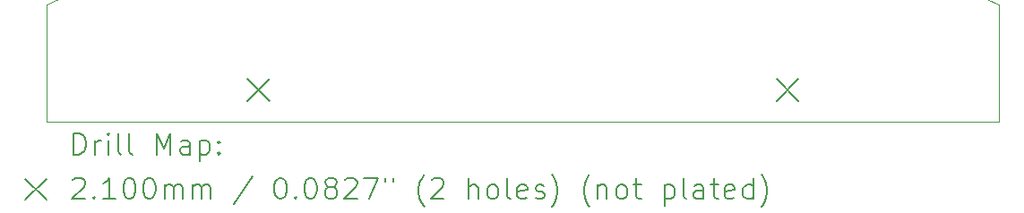
<source format=gbr>
%FSLAX45Y45*%
G04 Gerber Fmt 4.5, Leading zero omitted, Abs format (unit mm)*
G04 Created by KiCad (PCBNEW (6.0.6)) date 2022-07-17 20:06:46*
%MOMM*%
%LPD*%
G01*
G04 APERTURE LIST*
%TA.AperFunction,Profile*%
%ADD10C,0.050000*%
%TD*%
%ADD11C,0.200000*%
%ADD12C,0.210000*%
G04 APERTURE END LIST*
D10*
X12500000Y-10800000D02*
X12500000Y-11900000D01*
X21500000Y-10800000D02*
G75*
G03*
X12500000Y-10800000I-4500000J-9025604D01*
G01*
X12500000Y-11900000D02*
X21500000Y-11900000D01*
X21500000Y-11900000D02*
X21500000Y-10800000D01*
D11*
D12*
X14395000Y-11495000D02*
X14605000Y-11705000D01*
X14605000Y-11495000D02*
X14395000Y-11705000D01*
X19395000Y-11495000D02*
X19605000Y-11705000D01*
X19605000Y-11495000D02*
X19395000Y-11705000D01*
D11*
X12755119Y-12212976D02*
X12755119Y-12012976D01*
X12802738Y-12012976D01*
X12831309Y-12022500D01*
X12850357Y-12041548D01*
X12859881Y-12060595D01*
X12869405Y-12098690D01*
X12869405Y-12127262D01*
X12859881Y-12165357D01*
X12850357Y-12184405D01*
X12831309Y-12203452D01*
X12802738Y-12212976D01*
X12755119Y-12212976D01*
X12955119Y-12212976D02*
X12955119Y-12079643D01*
X12955119Y-12117738D02*
X12964643Y-12098690D01*
X12974167Y-12089167D01*
X12993214Y-12079643D01*
X13012262Y-12079643D01*
X13078928Y-12212976D02*
X13078928Y-12079643D01*
X13078928Y-12012976D02*
X13069405Y-12022500D01*
X13078928Y-12032024D01*
X13088452Y-12022500D01*
X13078928Y-12012976D01*
X13078928Y-12032024D01*
X13202738Y-12212976D02*
X13183690Y-12203452D01*
X13174167Y-12184405D01*
X13174167Y-12012976D01*
X13307500Y-12212976D02*
X13288452Y-12203452D01*
X13278928Y-12184405D01*
X13278928Y-12012976D01*
X13536071Y-12212976D02*
X13536071Y-12012976D01*
X13602738Y-12155833D01*
X13669405Y-12012976D01*
X13669405Y-12212976D01*
X13850357Y-12212976D02*
X13850357Y-12108214D01*
X13840833Y-12089167D01*
X13821786Y-12079643D01*
X13783690Y-12079643D01*
X13764643Y-12089167D01*
X13850357Y-12203452D02*
X13831309Y-12212976D01*
X13783690Y-12212976D01*
X13764643Y-12203452D01*
X13755119Y-12184405D01*
X13755119Y-12165357D01*
X13764643Y-12146309D01*
X13783690Y-12136786D01*
X13831309Y-12136786D01*
X13850357Y-12127262D01*
X13945595Y-12079643D02*
X13945595Y-12279643D01*
X13945595Y-12089167D02*
X13964643Y-12079643D01*
X14002738Y-12079643D01*
X14021786Y-12089167D01*
X14031309Y-12098690D01*
X14040833Y-12117738D01*
X14040833Y-12174881D01*
X14031309Y-12193928D01*
X14021786Y-12203452D01*
X14002738Y-12212976D01*
X13964643Y-12212976D01*
X13945595Y-12203452D01*
X14126548Y-12193928D02*
X14136071Y-12203452D01*
X14126548Y-12212976D01*
X14117024Y-12203452D01*
X14126548Y-12193928D01*
X14126548Y-12212976D01*
X14126548Y-12089167D02*
X14136071Y-12098690D01*
X14126548Y-12108214D01*
X14117024Y-12098690D01*
X14126548Y-12089167D01*
X14126548Y-12108214D01*
X12297500Y-12442500D02*
X12497500Y-12642500D01*
X12497500Y-12442500D02*
X12297500Y-12642500D01*
X12745595Y-12452024D02*
X12755119Y-12442500D01*
X12774167Y-12432976D01*
X12821786Y-12432976D01*
X12840833Y-12442500D01*
X12850357Y-12452024D01*
X12859881Y-12471071D01*
X12859881Y-12490119D01*
X12850357Y-12518690D01*
X12736071Y-12632976D01*
X12859881Y-12632976D01*
X12945595Y-12613928D02*
X12955119Y-12623452D01*
X12945595Y-12632976D01*
X12936071Y-12623452D01*
X12945595Y-12613928D01*
X12945595Y-12632976D01*
X13145595Y-12632976D02*
X13031309Y-12632976D01*
X13088452Y-12632976D02*
X13088452Y-12432976D01*
X13069405Y-12461548D01*
X13050357Y-12480595D01*
X13031309Y-12490119D01*
X13269405Y-12432976D02*
X13288452Y-12432976D01*
X13307500Y-12442500D01*
X13317024Y-12452024D01*
X13326548Y-12471071D01*
X13336071Y-12509167D01*
X13336071Y-12556786D01*
X13326548Y-12594881D01*
X13317024Y-12613928D01*
X13307500Y-12623452D01*
X13288452Y-12632976D01*
X13269405Y-12632976D01*
X13250357Y-12623452D01*
X13240833Y-12613928D01*
X13231309Y-12594881D01*
X13221786Y-12556786D01*
X13221786Y-12509167D01*
X13231309Y-12471071D01*
X13240833Y-12452024D01*
X13250357Y-12442500D01*
X13269405Y-12432976D01*
X13459881Y-12432976D02*
X13478928Y-12432976D01*
X13497976Y-12442500D01*
X13507500Y-12452024D01*
X13517024Y-12471071D01*
X13526548Y-12509167D01*
X13526548Y-12556786D01*
X13517024Y-12594881D01*
X13507500Y-12613928D01*
X13497976Y-12623452D01*
X13478928Y-12632976D01*
X13459881Y-12632976D01*
X13440833Y-12623452D01*
X13431309Y-12613928D01*
X13421786Y-12594881D01*
X13412262Y-12556786D01*
X13412262Y-12509167D01*
X13421786Y-12471071D01*
X13431309Y-12452024D01*
X13440833Y-12442500D01*
X13459881Y-12432976D01*
X13612262Y-12632976D02*
X13612262Y-12499643D01*
X13612262Y-12518690D02*
X13621786Y-12509167D01*
X13640833Y-12499643D01*
X13669405Y-12499643D01*
X13688452Y-12509167D01*
X13697976Y-12528214D01*
X13697976Y-12632976D01*
X13697976Y-12528214D02*
X13707500Y-12509167D01*
X13726548Y-12499643D01*
X13755119Y-12499643D01*
X13774167Y-12509167D01*
X13783690Y-12528214D01*
X13783690Y-12632976D01*
X13878928Y-12632976D02*
X13878928Y-12499643D01*
X13878928Y-12518690D02*
X13888452Y-12509167D01*
X13907500Y-12499643D01*
X13936071Y-12499643D01*
X13955119Y-12509167D01*
X13964643Y-12528214D01*
X13964643Y-12632976D01*
X13964643Y-12528214D02*
X13974167Y-12509167D01*
X13993214Y-12499643D01*
X14021786Y-12499643D01*
X14040833Y-12509167D01*
X14050357Y-12528214D01*
X14050357Y-12632976D01*
X14440833Y-12423452D02*
X14269405Y-12680595D01*
X14697976Y-12432976D02*
X14717024Y-12432976D01*
X14736071Y-12442500D01*
X14745595Y-12452024D01*
X14755119Y-12471071D01*
X14764643Y-12509167D01*
X14764643Y-12556786D01*
X14755119Y-12594881D01*
X14745595Y-12613928D01*
X14736071Y-12623452D01*
X14717024Y-12632976D01*
X14697976Y-12632976D01*
X14678928Y-12623452D01*
X14669405Y-12613928D01*
X14659881Y-12594881D01*
X14650357Y-12556786D01*
X14650357Y-12509167D01*
X14659881Y-12471071D01*
X14669405Y-12452024D01*
X14678928Y-12442500D01*
X14697976Y-12432976D01*
X14850357Y-12613928D02*
X14859881Y-12623452D01*
X14850357Y-12632976D01*
X14840833Y-12623452D01*
X14850357Y-12613928D01*
X14850357Y-12632976D01*
X14983690Y-12432976D02*
X15002738Y-12432976D01*
X15021786Y-12442500D01*
X15031309Y-12452024D01*
X15040833Y-12471071D01*
X15050357Y-12509167D01*
X15050357Y-12556786D01*
X15040833Y-12594881D01*
X15031309Y-12613928D01*
X15021786Y-12623452D01*
X15002738Y-12632976D01*
X14983690Y-12632976D01*
X14964643Y-12623452D01*
X14955119Y-12613928D01*
X14945595Y-12594881D01*
X14936071Y-12556786D01*
X14936071Y-12509167D01*
X14945595Y-12471071D01*
X14955119Y-12452024D01*
X14964643Y-12442500D01*
X14983690Y-12432976D01*
X15164643Y-12518690D02*
X15145595Y-12509167D01*
X15136071Y-12499643D01*
X15126548Y-12480595D01*
X15126548Y-12471071D01*
X15136071Y-12452024D01*
X15145595Y-12442500D01*
X15164643Y-12432976D01*
X15202738Y-12432976D01*
X15221786Y-12442500D01*
X15231309Y-12452024D01*
X15240833Y-12471071D01*
X15240833Y-12480595D01*
X15231309Y-12499643D01*
X15221786Y-12509167D01*
X15202738Y-12518690D01*
X15164643Y-12518690D01*
X15145595Y-12528214D01*
X15136071Y-12537738D01*
X15126548Y-12556786D01*
X15126548Y-12594881D01*
X15136071Y-12613928D01*
X15145595Y-12623452D01*
X15164643Y-12632976D01*
X15202738Y-12632976D01*
X15221786Y-12623452D01*
X15231309Y-12613928D01*
X15240833Y-12594881D01*
X15240833Y-12556786D01*
X15231309Y-12537738D01*
X15221786Y-12528214D01*
X15202738Y-12518690D01*
X15317024Y-12452024D02*
X15326548Y-12442500D01*
X15345595Y-12432976D01*
X15393214Y-12432976D01*
X15412262Y-12442500D01*
X15421786Y-12452024D01*
X15431309Y-12471071D01*
X15431309Y-12490119D01*
X15421786Y-12518690D01*
X15307500Y-12632976D01*
X15431309Y-12632976D01*
X15497976Y-12432976D02*
X15631309Y-12432976D01*
X15545595Y-12632976D01*
X15697976Y-12432976D02*
X15697976Y-12471071D01*
X15774167Y-12432976D02*
X15774167Y-12471071D01*
X16069405Y-12709167D02*
X16059881Y-12699643D01*
X16040833Y-12671071D01*
X16031309Y-12652024D01*
X16021786Y-12623452D01*
X16012262Y-12575833D01*
X16012262Y-12537738D01*
X16021786Y-12490119D01*
X16031309Y-12461548D01*
X16040833Y-12442500D01*
X16059881Y-12413928D01*
X16069405Y-12404405D01*
X16136071Y-12452024D02*
X16145595Y-12442500D01*
X16164643Y-12432976D01*
X16212262Y-12432976D01*
X16231309Y-12442500D01*
X16240833Y-12452024D01*
X16250357Y-12471071D01*
X16250357Y-12490119D01*
X16240833Y-12518690D01*
X16126548Y-12632976D01*
X16250357Y-12632976D01*
X16488452Y-12632976D02*
X16488452Y-12432976D01*
X16574167Y-12632976D02*
X16574167Y-12528214D01*
X16564643Y-12509167D01*
X16545595Y-12499643D01*
X16517024Y-12499643D01*
X16497976Y-12509167D01*
X16488452Y-12518690D01*
X16697976Y-12632976D02*
X16678928Y-12623452D01*
X16669405Y-12613928D01*
X16659881Y-12594881D01*
X16659881Y-12537738D01*
X16669405Y-12518690D01*
X16678928Y-12509167D01*
X16697976Y-12499643D01*
X16726548Y-12499643D01*
X16745595Y-12509167D01*
X16755119Y-12518690D01*
X16764643Y-12537738D01*
X16764643Y-12594881D01*
X16755119Y-12613928D01*
X16745595Y-12623452D01*
X16726548Y-12632976D01*
X16697976Y-12632976D01*
X16878929Y-12632976D02*
X16859881Y-12623452D01*
X16850357Y-12604405D01*
X16850357Y-12432976D01*
X17031310Y-12623452D02*
X17012262Y-12632976D01*
X16974167Y-12632976D01*
X16955119Y-12623452D01*
X16945595Y-12604405D01*
X16945595Y-12528214D01*
X16955119Y-12509167D01*
X16974167Y-12499643D01*
X17012262Y-12499643D01*
X17031310Y-12509167D01*
X17040833Y-12528214D01*
X17040833Y-12547262D01*
X16945595Y-12566309D01*
X17117024Y-12623452D02*
X17136071Y-12632976D01*
X17174167Y-12632976D01*
X17193214Y-12623452D01*
X17202738Y-12604405D01*
X17202738Y-12594881D01*
X17193214Y-12575833D01*
X17174167Y-12566309D01*
X17145595Y-12566309D01*
X17126548Y-12556786D01*
X17117024Y-12537738D01*
X17117024Y-12528214D01*
X17126548Y-12509167D01*
X17145595Y-12499643D01*
X17174167Y-12499643D01*
X17193214Y-12509167D01*
X17269405Y-12709167D02*
X17278929Y-12699643D01*
X17297976Y-12671071D01*
X17307500Y-12652024D01*
X17317024Y-12623452D01*
X17326548Y-12575833D01*
X17326548Y-12537738D01*
X17317024Y-12490119D01*
X17307500Y-12461548D01*
X17297976Y-12442500D01*
X17278929Y-12413928D01*
X17269405Y-12404405D01*
X17631310Y-12709167D02*
X17621786Y-12699643D01*
X17602738Y-12671071D01*
X17593214Y-12652024D01*
X17583690Y-12623452D01*
X17574167Y-12575833D01*
X17574167Y-12537738D01*
X17583690Y-12490119D01*
X17593214Y-12461548D01*
X17602738Y-12442500D01*
X17621786Y-12413928D01*
X17631310Y-12404405D01*
X17707500Y-12499643D02*
X17707500Y-12632976D01*
X17707500Y-12518690D02*
X17717024Y-12509167D01*
X17736071Y-12499643D01*
X17764643Y-12499643D01*
X17783690Y-12509167D01*
X17793214Y-12528214D01*
X17793214Y-12632976D01*
X17917024Y-12632976D02*
X17897976Y-12623452D01*
X17888452Y-12613928D01*
X17878929Y-12594881D01*
X17878929Y-12537738D01*
X17888452Y-12518690D01*
X17897976Y-12509167D01*
X17917024Y-12499643D01*
X17945595Y-12499643D01*
X17964643Y-12509167D01*
X17974167Y-12518690D01*
X17983690Y-12537738D01*
X17983690Y-12594881D01*
X17974167Y-12613928D01*
X17964643Y-12623452D01*
X17945595Y-12632976D01*
X17917024Y-12632976D01*
X18040833Y-12499643D02*
X18117024Y-12499643D01*
X18069405Y-12432976D02*
X18069405Y-12604405D01*
X18078929Y-12623452D01*
X18097976Y-12632976D01*
X18117024Y-12632976D01*
X18336071Y-12499643D02*
X18336071Y-12699643D01*
X18336071Y-12509167D02*
X18355119Y-12499643D01*
X18393214Y-12499643D01*
X18412262Y-12509167D01*
X18421786Y-12518690D01*
X18431310Y-12537738D01*
X18431310Y-12594881D01*
X18421786Y-12613928D01*
X18412262Y-12623452D01*
X18393214Y-12632976D01*
X18355119Y-12632976D01*
X18336071Y-12623452D01*
X18545595Y-12632976D02*
X18526548Y-12623452D01*
X18517024Y-12604405D01*
X18517024Y-12432976D01*
X18707500Y-12632976D02*
X18707500Y-12528214D01*
X18697976Y-12509167D01*
X18678929Y-12499643D01*
X18640833Y-12499643D01*
X18621786Y-12509167D01*
X18707500Y-12623452D02*
X18688452Y-12632976D01*
X18640833Y-12632976D01*
X18621786Y-12623452D01*
X18612262Y-12604405D01*
X18612262Y-12585357D01*
X18621786Y-12566309D01*
X18640833Y-12556786D01*
X18688452Y-12556786D01*
X18707500Y-12547262D01*
X18774167Y-12499643D02*
X18850357Y-12499643D01*
X18802738Y-12432976D02*
X18802738Y-12604405D01*
X18812262Y-12623452D01*
X18831310Y-12632976D01*
X18850357Y-12632976D01*
X18993214Y-12623452D02*
X18974167Y-12632976D01*
X18936071Y-12632976D01*
X18917024Y-12623452D01*
X18907500Y-12604405D01*
X18907500Y-12528214D01*
X18917024Y-12509167D01*
X18936071Y-12499643D01*
X18974167Y-12499643D01*
X18993214Y-12509167D01*
X19002738Y-12528214D01*
X19002738Y-12547262D01*
X18907500Y-12566309D01*
X19174167Y-12632976D02*
X19174167Y-12432976D01*
X19174167Y-12623452D02*
X19155119Y-12632976D01*
X19117024Y-12632976D01*
X19097976Y-12623452D01*
X19088452Y-12613928D01*
X19078929Y-12594881D01*
X19078929Y-12537738D01*
X19088452Y-12518690D01*
X19097976Y-12509167D01*
X19117024Y-12499643D01*
X19155119Y-12499643D01*
X19174167Y-12509167D01*
X19250357Y-12709167D02*
X19259881Y-12699643D01*
X19278929Y-12671071D01*
X19288452Y-12652024D01*
X19297976Y-12623452D01*
X19307500Y-12575833D01*
X19307500Y-12537738D01*
X19297976Y-12490119D01*
X19288452Y-12461548D01*
X19278929Y-12442500D01*
X19259881Y-12413928D01*
X19250357Y-12404405D01*
M02*

</source>
